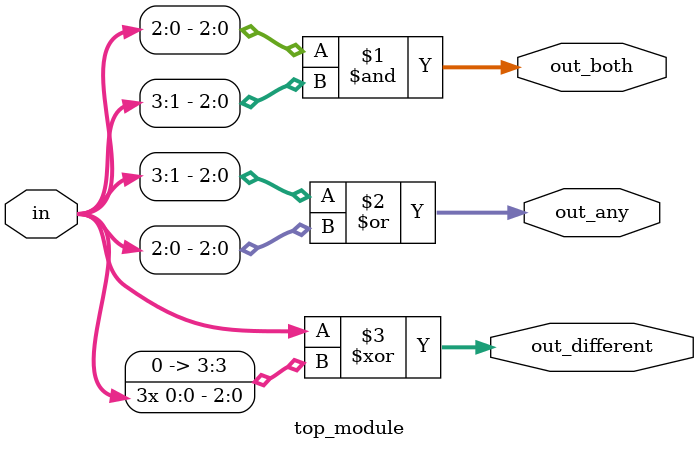
<source format=sv>
module top_module (
  input [3:0] in,
  output [2:0] out_both,
  output [3:1] out_any,
  output [3:0] out_different
);

  assign out_both = in[2:0] & in[3:1];
  assign out_any = in[3:1] | in[2:0];
  assign out_different = {in[3:1], in[0]} ^ {3{in[0]}};

endmodule

</source>
